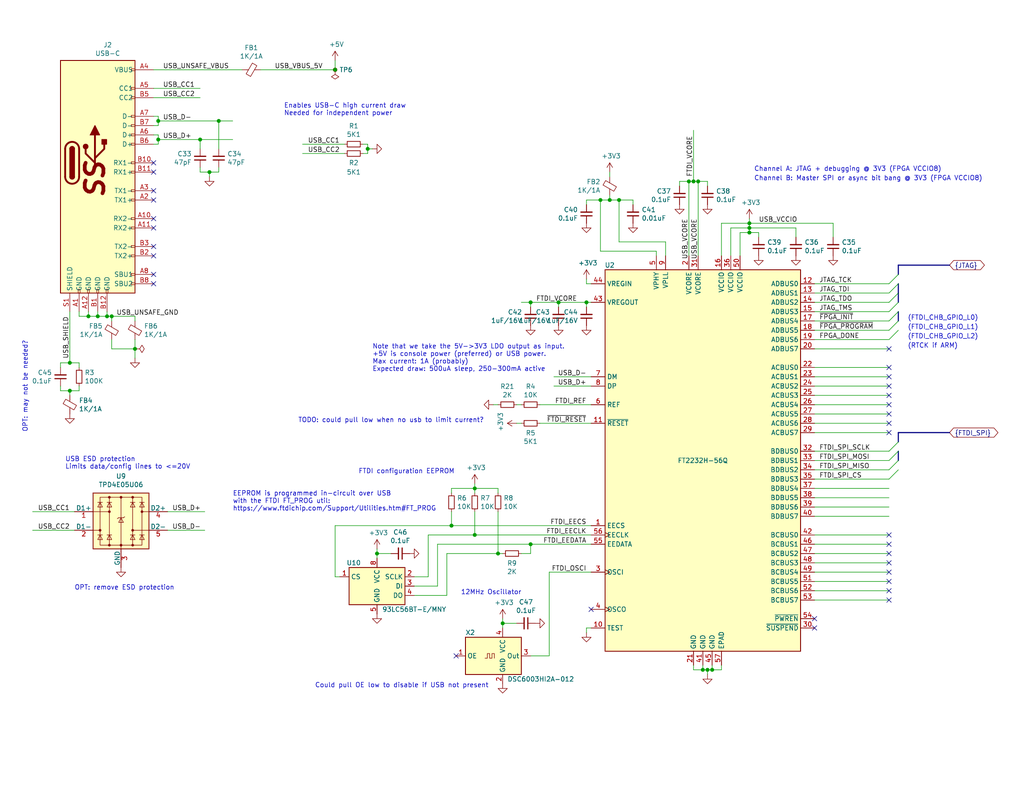
<source format=kicad_sch>
(kicad_sch (version 20200512) (host eeschema "(5.99.0-1839-gb83d64fc0)")
  (page 1 8)
  (paper "USLetter")
  (title_block (title "USB I/O") (rev "r0"))
  (lib_symbols
    (symbol "Connector:TestPoint_Small" (pin_numbers hide) (pin_names (offset 0.762) hide)
      (property "Reference" "TP" (at 0 3.81 0))
      (property "Value" "TestPoint_Small" (at 0 2.032 0))
      (symbol "TestPoint_Small_0_1"
        (circle (center 0 0) (radius 0.508))
      )
      (symbol "TestPoint_Small_1_1"
        (pin passive line (at 0 0 90) (length 0) (name "1") (number "1"))
      )
    )
    (symbol "Connector_RD:USB_C_Receptacle"
      (property "Reference" "J" (at -10.16 29.21 0))
      (property "Value" "USB_C_Receptacle" (at 10.16 29.21 0))
      (symbol "USB_C_Receptacle_0_1"
        (arc (start -8.89 -3.81) (end -5.08 -3.81) (radius (at -6.985 -3.81) (length 1.905) (angles -179.9 -0.1)) (stroke (width 0.508)))
        (arc (start -7.62 -3.81) (end -6.35 -3.81) (radius (at -6.985 -3.81) (length 0.635) (angles -179.9 -0.1)) (stroke (width 0.254)))
        (arc (start -6.35 3.81) (end -7.62 3.81) (radius (at -6.985 3.81) (length 0.635) (angles 0.1 179.9)) (stroke (width 0.254)))
        (arc (start -5.08 3.81) (end -8.89 3.81) (radius (at -6.985 3.81) (length 1.905) (angles 0.1 179.9)) (stroke (width 0.508)))
        (arc (start -7.62 -3.81) (end -6.35 -3.81) (radius (at -6.985 -3.81) (length 0.635) (angles -179.9 -0.1)) (stroke (width 0.254)) (fill (type outline)))
        (arc (start -6.35 3.81) (end -7.62 3.81) (radius (at -6.985 3.81) (length 0.635) (angles 0.1 179.9)) (stroke (width 0.254)) (fill (type outline)))
        (circle (center -3.302 4.445) (radius 0.635) (stroke (width 0.254)) (fill (type outline)))
        (rectangle (start -7.62 -3.81) (end -6.35 3.81) (stroke (width 0.254)) (fill (type outline)))
        (rectangle (start 1.143 5.08) (end 2.413 6.35) (stroke (width 0.254)) (fill (type outline)))
        (rectangle (start -10.16 27.94) (end 10.16 -35.56) (stroke (width 0.254)) (fill (type background)))
        (polyline (pts (xy -8.89 -3.81) (xy -8.89 3.81)) (stroke (width 0.508)))
        (polyline (pts (xy -5.08 3.81) (xy -5.08 -3.81)) (stroke (width 0.508)))
        (polyline (pts (xy -0.762 -1.27) (xy -0.762 7.62)) (stroke (width 0.508)))
        (polyline (pts (xy -0.762 0) (xy -3.302 2.54) (xy -3.302 3.81)) (stroke (width 0.508)))
        (polyline (pts (xy -0.762 1.27) (xy 1.778 3.81) (xy 1.778 5.08)) (stroke (width 0.508)))
        (polyline (pts (xy -2.032 7.62) (xy -0.762 10.16) (xy 0.508 7.62) (xy -2.032 7.62)) (stroke (width 0.254)) (fill (type outline)))
      )
      (symbol "USB_C_Receptacle_0_0"
        (text "SS" (at -0.762 -4.445 900) (effects (font (size 5.08 5.08) bold italic)))
        (rectangle (start -5.334 -35.56) (end -4.826 -34.544))
        (rectangle (start -2.794 -35.56) (end -2.286 -34.544))
        (rectangle (start -0.254 -35.56) (end 0.254 -34.544))
        (rectangle (start 2.286 -35.56) (end 2.794 -34.544))
        (rectangle (start 10.16 -32.766) (end 9.144 -33.274))
        (rectangle (start 10.16 -30.226) (end 9.144 -30.734))
        (rectangle (start 10.16 -25.146) (end 9.144 -25.654))
        (rectangle (start 10.16 -22.606) (end 9.144 -23.114))
        (rectangle (start 10.16 -17.526) (end 9.144 -18.034))
        (rectangle (start 10.16 -14.986) (end 9.144 -15.494))
        (rectangle (start 10.16 -9.906) (end 9.144 -10.414))
        (rectangle (start 10.16 -7.366) (end 9.144 -7.874))
        (rectangle (start 10.16 -2.286) (end 9.144 -2.794))
        (rectangle (start 10.16 0.254) (end 9.144 -0.254))
        (rectangle (start 10.16 5.334) (end 9.144 4.826))
        (rectangle (start 10.16 7.874) (end 9.144 7.366))
        (rectangle (start 10.16 10.414) (end 9.144 9.906))
        (rectangle (start 10.16 12.954) (end 9.144 12.446))
        (rectangle (start 10.16 18.034) (end 9.144 17.526))
        (rectangle (start 10.16 20.574) (end 9.144 20.066))
        (rectangle (start 10.16 25.654) (end 9.144 25.146))
      )
      (symbol "USB_C_Receptacle_1_1"
        (pin passive line (at -5.08 -40.64 90) (length 5.08) (name "GND") (number "A1"))
        (pin bidirectional line (at 15.24 -15.24 180) (length 5.08) (name "RX2-") (number "A10"))
        (pin bidirectional line (at 15.24 -17.78 180) (length 5.08) (name "RX2+") (number "A11"))
        (pin passive line (at -2.54 -40.64 90) (length 5.08) (name "GND") (number "A12"))
        (pin bidirectional line (at 15.24 -10.16 180) (length 5.08) (name "TX1+") (number "A2"))
        (pin bidirectional line (at 15.24 -7.62 180) (length 5.08) (name "TX1-") (number "A3"))
        (pin power_out line (at 15.24 25.4 180) (length 5.08) (name "VBUS") (number "A4"))
        (pin bidirectional line (at 15.24 20.32 180) (length 5.08) (name "CC1") (number "A5"))
        (pin bidirectional line (at 15.24 7.62 180) (length 5.08) (name "D+") (number "A6"))
        (pin bidirectional line (at 15.24 12.7 180) (length 5.08) (name "D-") (number "A7"))
        (pin bidirectional line (at 15.24 -30.48 180) (length 5.08) (name "SBU1") (number "A8"))
        (pin power_out line (at 15.24 25.4 180) (length 5.08) hide (name "VBUS") (number "A9"))
        (pin passive line (at 0 -40.64 90) (length 5.08) (name "GND") (number "B1"))
        (pin bidirectional line (at 15.24 0 180) (length 5.08) (name "RX1-") (number "B10"))
        (pin bidirectional line (at 15.24 -2.54 180) (length 5.08) (name "RX1+") (number "B11"))
        (pin passive line (at 2.54 -40.64 90) (length 5.08) (name "GND") (number "B12"))
        (pin bidirectional line (at 15.24 -25.4 180) (length 5.08) (name "TX2+") (number "B2"))
        (pin bidirectional line (at 15.24 -22.86 180) (length 5.08) (name "TX2-") (number "B3"))
        (pin power_out line (at 15.24 25.4 180) (length 5.08) hide (name "VBUS") (number "B4"))
        (pin bidirectional line (at 15.24 17.78 180) (length 5.08) (name "CC2") (number "B5"))
        (pin bidirectional line (at 15.24 5.08 180) (length 5.08) (name "D+") (number "B6"))
        (pin bidirectional line (at 15.24 10.16 180) (length 5.08) (name "D-") (number "B7"))
        (pin bidirectional line (at 15.24 -33.02 180) (length 5.08) (name "SBU2") (number "B8"))
        (pin power_out line (at 15.24 25.4 180) (length 5.08) hide (name "VBUS") (number "B9"))
        (pin passive line (at -7.62 -40.64 90) (length 5.08) (name "SHIELD") (number "S1"))
      )
    )
    (symbol "Device:C_Small" (pin_numbers hide) (pin_names (offset 0.254) hide)
      (property "Reference" "C" (at 0.254 1.778 0))
      (property "Value" "C_Small" (at 0.254 -2.032 0))
      (symbol "C_Small_0_1"
        (polyline (pts (xy -1.524 -0.508) (xy 1.524 -0.508)) (stroke (width 0.3302)))
        (polyline (pts (xy -1.524 0.508) (xy 1.524 0.508)) (stroke (width 0.3048)))
      )
      (symbol "C_Small_1_1"
        (pin passive line (at 0 2.54 270) (length 2.032) (name "~") (number "1"))
        (pin passive line (at 0 -2.54 90) (length 2.032) (name "~") (number "2"))
      )
    )
    (symbol "Device:Ferrite_Bead_Small" (pin_numbers hide) (pin_names (offset 0))
      (property "Reference" "FB" (at 1.905 1.27 0))
      (property "Value" "Ferrite_Bead_Small" (at 1.905 -1.27 0))
      (symbol "Ferrite_Bead_Small_0_1"
        (polyline (pts (xy 0 -1.27) (xy 0 -0.7874)))
        (polyline (pts (xy 0 0.889) (xy 0 1.2954)))
        (polyline (pts (xy -1.8288 0.2794) (xy -1.1176 1.4986) (xy 1.8288 -0.2032) (xy 1.1176 -1.4224) (xy -1.8288 0.2794)))
      )
      (symbol "Ferrite_Bead_Small_1_1"
        (pin passive line (at 0 2.54 270) (length 1.27) (name "~") (number "1"))
        (pin passive line (at 0 -2.54 90) (length 1.27) (name "~") (number "2"))
      )
    )
    (symbol "Device:Ferrite_Bead_Small_1" (pin_numbers hide) (pin_names (offset 0))
      (property "Reference" "FB" (at 1.905 1.27 0))
      (property "Value" "Ferrite_Bead_Small" (at 1.905 -1.27 0))
      (symbol "Ferrite_Bead_Small_1_0_1"
        (polyline (pts (xy 0 -1.27) (xy 0 -0.7874)))
        (polyline (pts (xy 0 0.889) (xy 0 1.2954)))
        (polyline (pts (xy -1.8288 0.2794) (xy -1.1176 1.4986) (xy 1.8288 -0.2032) (xy 1.1176 -1.4224) (xy -1.8288 0.2794)))
      )
      (symbol "Ferrite_Bead_Small_1_1_1"
        (pin passive line (at 0 2.54 270) (length 1.27) (name "~") (number "1"))
        (pin passive line (at 0 -2.54 90) (length 1.27) (name "~") (number "2"))
      )
    )
    (symbol "Device:R_Small" (pin_numbers hide) (pin_names (offset 0.254) hide)
      (property "Reference" "R" (at 0.762 0.508 0))
      (property "Value" "R_Small" (at 0.762 -1.016 0))
      (symbol "R_Small_0_1"
        (rectangle (start -0.762 1.778) (end 0.762 -1.778) (stroke (width 0.2032)))
      )
      (symbol "R_Small_1_1"
        (pin passive line (at 0 2.54 270) (length 0.762) (name "~") (number "1"))
        (pin passive line (at 0 -2.54 90) (length 0.762) (name "~") (number "2"))
      )
    )
    (symbol "Interface_USB_RD:FT2232H-56Q" (pin_names (offset 0.508))
      (property "Reference" "U" (at -26.67 53.34 0))
      (property "Value" "FT2232H-56Q" (at 19.05 53.34 0))
      (symbol "FT2232H-56Q_0_1"
        (rectangle (start -26.67 -52.07) (end 26.67 52.07) (stroke (width 0.254)) (fill (type background)))
      )
      (symbol "FT2232H-56Q_1_1"
        (pin power_in line (at -2.54 -55.88 90) (length 3.81) (name "GND") (number "21"))
        (pin power_in line (at 2.54 -55.88 90) (length 3.81) (name "GND") (number "45"))
        (pin input line (at -3.81 55.88 270) (length 3.81) (name "VCORE") (number "2"))
        (pin input line (at -30.48 -45.72 0) (length 3.81) (name "TEST") (number "10"))
        (pin input line (at -30.48 10.16 0) (length 3.81) (name "~RESET") (number "11"))
        (pin tri_state line (at 30.48 48.26 180) (length 3.81) (name "ADBUS0") (number "12"))
        (pin tri_state line (at 30.48 45.72 180) (length 3.81) (name "ADBUS1") (number "13"))
        (pin tri_state line (at 30.48 43.18 180) (length 3.81) (name "ADBUS2") (number "14"))
        (pin tri_state line (at 30.48 40.64 180) (length 3.81) (name "ADBUS3") (number "15"))
        (pin input clock (at -30.48 -30.48 0) (length 3.81) (name "OSCI") (number "3"))
        (pin input line (at 5.08 55.88 270) (length 3.81) (name "VCCIO") (number "16"))
        (pin tri_state line (at 30.48 38.1 180) (length 3.81) (name "ADBUS4") (number "17"))
        (pin tri_state line (at 30.48 35.56 180) (length 3.81) (name "ADBUS5") (number "18"))
        (pin tri_state line (at 30.48 33.02 180) (length 3.81) (name "ADBUS6") (number "19"))
        (pin tri_state line (at 30.48 30.48 180) (length 3.81) (name "ADBUS7") (number "20"))
        (pin tri_state line (at 30.48 25.4 180) (length 3.81) (name "ACBUS0") (number "22"))
        (pin tri_state line (at 30.48 22.86 180) (length 3.81) (name "ACBUS1") (number "23"))
        (pin tri_state line (at 30.48 20.32 180) (length 3.81) (name "ACBUS2") (number "24"))
        (pin tri_state line (at 30.48 17.78 180) (length 3.81) (name "ACBUS3") (number "25"))
        (pin output clock (at -30.48 -40.64 0) (length 3.81) (name "OSCO") (number "4"))
        (pin tri_state line (at 30.48 15.24 180) (length 3.81) (name "ACBUS4") (number "26"))
        (pin input line (at 7.62 55.88 270) (length 3.81) (name "VCCIO") (number "36"))
        (pin tri_state line (at 30.48 12.7 180) (length 3.81) (name "ACBUS5") (number "27"))
        (pin tri_state line (at 30.48 10.16 180) (length 3.81) (name "ACBUS6") (number "28"))
        (pin tri_state line (at 30.48 7.62 180) (length 3.81) (name "ACBUS7") (number "29"))
        (pin output line (at 30.48 -45.72 180) (length 3.81) (name "~SUSPEND") (number "30"))
        (pin input line (at -1.27 55.88 270) (length 3.81) (name "VCORE") (number "31"))
        (pin tri_state line (at 30.48 2.54 180) (length 3.81) (name "BDBUS0") (number "32"))
        (pin tri_state line (at 30.48 0 180) (length 3.81) (name "BDBUS1") (number "33"))
        (pin input line (at -12.7 55.88 270) (length 3.81) (name "VPHY") (number "5"))
        (pin tri_state line (at 30.48 -2.54 180) (length 3.81) (name "BDBUS2") (number "34"))
        (pin tri_state line (at 30.48 -5.08 180) (length 3.81) (name "BDBUS3") (number "35"))
        (pin input line (at 10.16 55.88 270) (length 3.81) (name "VCCIO") (number "50"))
        (pin tri_state line (at 30.48 -7.62 180) (length 3.81) (name "BDBUS4") (number "37"))
        (pin tri_state line (at 30.48 -10.16 180) (length 3.81) (name "BDBUS5") (number "38"))
        (pin tri_state line (at 30.48 -12.7 180) (length 3.81) (name "BDBUS6") (number "39"))
        (pin tri_state line (at 30.48 -15.24 180) (length 3.81) (name "BDBUS7") (number "40"))
        (pin tri_state line (at 30.48 -20.32 180) (length 3.81) (name "BCBUS0") (number "42"))
        (pin power_out line (at -30.48 43.18 0) (length 3.81) (name "VREGOUT") (number "43"))
        (pin power_in line (at 0 -55.88 90) (length 3.81) (name "GND") (number "41"))
        (pin power_in line (at -30.48 48.26 0) (length 3.81) (name "VREGIN") (number "44"))
        (pin tri_state line (at 30.48 -22.86 180) (length 3.81) (name "BCBUS1") (number "46"))
        (pin tri_state line (at 30.48 -25.4 180) (length 3.81) (name "BCBUS2") (number "47"))
        (pin tri_state line (at 30.48 -27.94 180) (length 3.81) (name "BCBUS3") (number "48"))
        (pin tri_state line (at 30.48 -30.48 180) (length 3.81) (name "BCBUS4") (number "49"))
        (pin tri_state line (at 30.48 -33.02 180) (length 3.81) (name "BCBUS5") (number "51"))
        (pin tri_state line (at 30.48 -35.56 180) (length 3.81) (name "BCBUS6") (number "52"))
        (pin tri_state line (at 30.48 -38.1 180) (length 3.81) (name "BCBUS7") (number "53"))
        (pin output line (at -30.48 15.24 0) (length 3.81) (name "REF") (number "6"))
        (pin output line (at 30.48 -43.18 180) (length 3.81) (name "~PWREN") (number "54"))
        (pin bidirectional line (at -30.48 -22.86 0) (length 3.81) (name "EEDATA") (number "55"))
        (pin output clock (at -30.48 -20.32 0) (length 3.81) (name "EECLK") (number "56"))
        (pin output line (at -30.48 -17.78 0) (length 3.81) (name "EECS") (number "1"))
        (pin bidirectional line (at -30.48 22.86 0) (length 3.81) (name "DM") (number "7"))
        (pin bidirectional line (at -30.48 20.32 0) (length 3.81) (name "DP") (number "8"))
        (pin input line (at -10.16 55.88 270) (length 3.81) (name "VPLL") (number "9"))
        (pin power_in line (at 5.08 -55.88 90) (length 3.81) (name "EPAD") (number "57"))
      )
    )
    (symbol "Memory_EEPROM:93LCxxB" (pin_names (offset 0.508))
      (property "Reference" "U" (at -7.62 6.35 0))
      (property "Value" "93LCxxB" (at 2.54 -6.35 0))
      (symbol "93LCxxB_1_1"
        (rectangle (start -7.62 5.08) (end 7.62 -5.08) (stroke (width 0.254)) (fill (type background)))
        (pin input line (at -10.16 2.54 0) (length 2.54) (name "CS") (number "1"))
        (pin input line (at 10.16 2.54 180) (length 2.54) (name "SCLK") (number "2"))
        (pin input line (at 10.16 0 180) (length 2.54) (name "DI") (number "3"))
        (pin tri_state line (at 10.16 -2.54 180) (length 2.54) (name "DO") (number "4"))
        (pin power_in line (at 0 -7.62 90) (length 2.54) (name "GND") (number "5"))
        (pin unconnected line (at -7.62 0 0) (length 2.54) hide (name "NC") (number "6"))
        (pin unconnected line (at -7.62 -2.54 0) (length 2.54) hide (name "NC") (number "7"))
        (pin power_in line (at 0 7.62 270) (length 2.54) (name "VCC") (number "8"))
      )
    )
    (symbol "Oscillator_RD:DSC6003" (pin_names (offset 0.508))
      (property "Reference" "U" (at -6.35 6.35 0))
      (property "Value" "DSC6003" (at 11.43 6.35 0))
      (symbol "DSC6003_1_1"
        (rectangle (start -7.62 5.08) (end 7.62 -5.08) (stroke (width 0.254)) (fill (type background)))
        (polyline (pts (xy -2.286 -0.635) (xy -1.651 -0.635) (xy -1.651 0.635) (xy -1.016 0.635) (xy -1.016 -0.635) (xy -0.381 -0.635) (xy -0.381 0.635) (xy 0.254 0.635) (xy 0.254 -0.635)))
        (pin input line (at -10.16 0 0) (length 2.54) (name "OE") (number "1"))
        (pin power_in line (at 2.54 -7.62 90) (length 2.54) (name "GND") (number "2"))
        (pin output line (at 10.16 0 180) (length 2.54) (name "Out") (number "3"))
        (pin power_in line (at 2.54 7.62 270) (length 2.54) (name "VCC") (number "4"))
      )
    )
    (symbol "Power_Protection_RD:TPD4E05U06" (pin_names (offset 0))
      (property "Reference" "U" (at -0.635 8.89 0))
      (property "Value" "TPD4E05U06" (at 8.89 -10.16 0))
      (symbol "TPD4E05U06_0_1"
        (circle (center -5.715 -2.54) (radius 0.2794) (fill (type outline)))
        (circle (center -3.175 -6.604) (radius 0.2794) (fill (type outline)))
        (circle (center -3.175 2.54) (radius 0.2794) (fill (type outline)))
        (circle (center -3.175 6.477) (radius 0.2794) (fill (type outline)))
        (circle (center 0 -6.604) (radius 0.2794) (fill (type outline)))
        (circle (center 0 6.477) (radius 0.2794) (fill (type outline)))
        (circle (center 3.175 -6.604) (radius 0.2794) (fill (type outline)))
        (circle (center 3.175 -2.54) (radius 0.2794) (fill (type outline)))
        (circle (center 3.175 6.477) (radius 0.2794) (fill (type outline)))
        (circle (center 5.715 2.54) (radius 0.2794) (fill (type outline)))
        (rectangle (start -7.62 7.62) (end 7.62 -7.62) (stroke (width 0.254)) (fill (type background)))
        (polyline (pts (xy -7.747 2.54) (xy -3.175 2.54)))
        (polyline (pts (xy -7.62 -2.54) (xy -5.715 -2.54)))
        (polyline (pts (xy -5.08 -3.81) (xy -6.35 -3.81)))
        (polyline (pts (xy -5.08 5.08) (xy -6.35 5.08)))
        (polyline (pts (xy -2.54 -3.81) (xy -3.81 -3.81)))
        (polyline (pts (xy -2.54 5.08) (xy -3.81 5.08)))
        (polyline (pts (xy -0.635 0.889) (xy -1.016 0.635)))
        (polyline (pts (xy 0 -6.604) (xy 0 -7.62)))
        (polyline (pts (xy 0.635 0.889) (xy -0.635 0.889)))
        (polyline (pts (xy 0.635 0.889) (xy 1.016 1.143)))
        (polyline (pts (xy 3.81 -3.81) (xy 2.54 -3.81)))
        (polyline (pts (xy 3.81 5.08) (xy 2.54 5.08)))
        (polyline (pts (xy 6.35 -3.81) (xy 5.08 -3.81)))
        (polyline (pts (xy 6.35 5.08) (xy 5.08 5.08)))
        (polyline (pts (xy 7.62 -2.54) (xy 3.175 -2.54)))
        (polyline (pts (xy 7.62 2.54) (xy 5.715 2.54)))
        (polyline (pts (xy -5.08 -5.08) (xy -6.35 -5.08) (xy -5.715 -3.81) (xy -5.08 -5.08)))
        (polyline (pts (xy -5.08 3.81) (xy -6.35 3.81) (xy -5.715 5.08) (xy -5.08 3.81)))
        (polyline (pts (xy -2.54 -5.08) (xy -3.81 -5.08) (xy -3.175 -3.81) (xy -2.54 -5.08)))
        (polyline (pts (xy -2.54 3.81) (xy -3.81 3.81) (xy -3.175 5.08) (xy -2.54 3.81)))
        (polyline (pts (xy 0.635 -0.381) (xy -0.635 -0.381) (xy 0 0.889) (xy 0.635 -0.381)))
        (polyline (pts (xy 3.81 -5.08) (xy 2.54 -5.08) (xy 3.175 -3.81) (xy 3.81 -5.08)))
        (polyline (pts (xy 3.81 3.81) (xy 2.54 3.81) (xy 3.175 5.08) (xy 3.81 3.81)))
        (polyline (pts (xy 6.35 -5.08) (xy 5.08 -5.08) (xy 5.715 -3.81) (xy 6.35 -5.08)))
        (polyline (pts (xy 6.35 3.81) (xy 5.08 3.81) (xy 5.715 5.08) (xy 6.35 3.81)))
      )
      (symbol "TPD4E05U06_0_0"
        (rectangle (start -5.715 6.477) (end 5.715 -6.604))
        (polyline (pts (xy -3.175 -6.604) (xy -3.175 6.477)))
        (polyline (pts (xy 0 6.477) (xy 0 -6.604)))
        (polyline (pts (xy 3.175 6.477) (xy 3.175 -6.604)))
        (pin passive line (at -12.7 2.54 0) (length 5.08) hide (name "D1+") (number "10"))
        (pin passive line (at -12.7 -2.54 0) (length 5.08) hide (name "D1-") (number "9"))
        (pin passive line (at 0 -12.7 90) (length 5.08) hide (name "GND") (number "8"))
        (pin passive line (at 12.7 2.54 180) (length 5.08) hide (name "D2+") (number "7"))
        (pin passive line (at 12.7 -2.54 180) (length 5.08) hide (name "D2-") (number "6"))
        (pin passive line (at 12.7 2.54 180) (length 5.08) (name "D2+") (number "4"))
      )
      (symbol "TPD4E05U06_1_1"
        (pin passive line (at -12.7 2.54 0) (length 5.08) (name "D1+") (number "1"))
        (pin passive line (at -12.7 -2.54 0) (length 5.08) (name "D1-") (number "2"))
        (pin power_in line (at 0 -12.7 90) (length 5.08) (name "GND") (number "3"))
        (pin passive line (at 12.7 -2.54 180) (length 5.08) (name "D2-") (number "5"))
      )
    )
    (symbol "power:+3V3" (power) (pin_names (offset 0))
      (property "Value" "+3V3" (at 0 3.556 0))
      (symbol "+3V3_0_1"
        (polyline (pts (xy -0.762 1.27) (xy 0 2.54)))
        (polyline (pts (xy 0 0) (xy 0 2.54)))
        (polyline (pts (xy 0 2.54) (xy 0.762 1.27)))
      )
      (symbol "+3V3_1_1"
        (pin power_in line (at 0 0 90) (length 0) hide (name "+3V3") (number "1"))
      )
    )
    (symbol "power:+5V" (power) (pin_names (offset 0))
      (property "Value" "+5V" (at 0 3.556 0))
      (symbol "+5V_0_1"
        (polyline (pts (xy -0.762 1.27) (xy 0 2.54)))
        (polyline (pts (xy 0 0) (xy 0 2.54)))
        (polyline (pts (xy 0 2.54) (xy 0.762 1.27)))
      )
      (symbol "+5V_1_1"
        (pin power_in line (at 0 0 90) (length 0) hide (name "+5V") (number "1"))
      )
    )
    (symbol "power:GND" (power) (pin_names (offset 0))
      (property "Value" "GND" (at 0 -3.81 0))
      (symbol "GND_0_1"
        (polyline (pts (xy 0 0) (xy 0 -1.27) (xy 1.27 -1.27) (xy 0 -2.54) (xy -1.27 -1.27) (xy 0 -1.27)))
      )
      (symbol "GND_1_1"
        (pin power_in line (at 0 0 270) (length 0) hide (name "GND") (number "1"))
      )
    )
    (symbol "power:PWR_FLAG" (power) (pin_numbers hide) (pin_names (offset 0) hide)
      (property "Value" "PWR_FLAG" (at 0 3.81 0))
      (symbol "PWR_FLAG_0_1"
        (polyline (pts (xy 0 0) (xy 0 1.27) (xy -1.016 1.905) (xy 0 2.54) (xy 1.016 1.905) (xy 0 1.27)))
      )
      (symbol "PWR_FLAG_0_0"
        (pin power_out line (at 0 0 90) (length 0) (name "pwr") (number "1"))
      )
    )
  )
  (bus_alias "JTAG" (members "JTAG_TCK" "JTAG_TDI" "JTAG_TDO" "JTAG_TMS" "~FPGA_INIT" "~FPGA_PROGRAM" "FPGA_DONE"))
  (bus_alias "FTDI_SPI" (members "FTDI_SPI_SCLK" "FTDI_SPI_MOSI" "FTDI_SPI_MISO" "FTDI_SPI_CS"))
  (bus_alias "FTDI_FIFO" (members "~FTDI_FIFO_CS" "FTDI_FIFO_A0" "~FTDI_FIFO_RD" "~FTDI_FIFO_WR" "FTDI_FIFO_DATA0" "FTDI_FIFO_DATA1" "FTDI_FIFO_DATA2" "FTDI_FIFO_DATA3" "FTDI_FIFO_DATA4" "FTDI_FIFO_DATA5" "FTDI_FIFO_DATA6" "FTDI_FIFO_DATA7"))
  (junction (at 19.05 99.06))
  (junction (at 19.05 106.68))
  (junction (at 24.13 86.36))
  (junction (at 26.67 86.36))
  (junction (at 29.21 86.36))
  (junction (at 30.48 86.36))
  (junction (at 36.83 95.25))
  (junction (at 43.18 33.02))
  (junction (at 43.18 38.1))
  (junction (at 54.61 38.1))
  (junction (at 57.15 46.99))
  (junction (at 59.69 33.02))
  (junction (at 91.44 19.05))
  (junction (at 100.33 40.64))
  (junction (at 102.87 151.13))
  (junction (at 123.19 143.51))
  (junction (at 129.54 133.35))
  (junction (at 129.54 146.05))
  (junction (at 135.89 151.13))
  (junction (at 137.16 170.18))
  (junction (at 144.78 82.55))
  (junction (at 144.78 148.59))
  (junction (at 152.4 82.55))
  (junction (at 160.02 82.55))
  (junction (at 163.83 54.61))
  (junction (at 166.37 54.61))
  (junction (at 168.91 54.61))
  (junction (at 187.96 49.53))
  (junction (at 189.23 49.53))
  (junction (at 190.5 49.53))
  (junction (at 191.77 182.88))
  (junction (at 193.04 182.88))
  (junction (at 194.31 182.88))
  (junction (at 204.47 60.96))
  (junction (at 204.47 62.23))
  (junction (at 204.47 63.5))
  (no_connect (at 124.46 179.07))
  (no_connect (at 41.91 69.85))
  (no_connect (at 242.57 105.41))
  (no_connect (at 41.91 62.23))
  (no_connect (at 41.91 59.69))
  (no_connect (at 242.57 95.25))
  (no_connect (at 242.57 115.57))
  (no_connect (at 242.57 100.33))
  (no_connect (at 41.91 67.31))
  (no_connect (at 242.57 110.49))
  (no_connect (at 222.25 168.91))
  (no_connect (at 242.57 113.03))
  (no_connect (at 242.57 118.11))
  (no_connect (at 242.57 158.75))
  (no_connect (at 242.57 163.83))
  (no_connect (at 242.57 107.95))
  (no_connect (at 242.57 161.29))
  (no_connect (at 242.57 151.13))
  (no_connect (at 41.91 46.99))
  (no_connect (at 242.57 153.67))
  (no_connect (at 41.91 44.45))
  (no_connect (at 41.91 77.47))
  (no_connect (at 242.57 146.05))
  (no_connect (at 242.57 102.87))
  (no_connect (at 222.25 171.45))
  (no_connect (at 41.91 74.93))
  (no_connect (at 161.29 166.37))
  (no_connect (at 41.91 52.07))
  (no_connect (at 242.57 148.59))
  (no_connect (at 41.91 54.61))
  (no_connect (at 242.57 156.21))
  (bus_entry (at 242.57 77.47) (size 2.54 -2.54))
  (bus_entry (at 242.57 80.01) (size 2.54 -2.54))
  (bus_entry (at 242.57 82.55) (size 2.54 -2.54))
  (bus_entry (at 242.57 85.09) (size 2.54 -2.54))
  (bus_entry (at 242.57 87.63) (size 2.54 -2.54))
  (bus_entry (at 242.57 90.17) (size 2.54 -2.54))
  (bus_entry (at 242.57 92.71) (size 2.54 -2.54))
  (bus_entry (at 242.57 123.19) (size 2.54 -2.54))
  (bus_entry (at 242.57 125.73) (size 2.54 -2.54))
  (bus_entry (at 242.57 128.27) (size 2.54 -2.54))
  (bus_entry (at 242.57 130.81) (size 2.54 -2.54))
  (wire (pts (xy 8.89 139.7) (xy 20.32 139.7)))
  (wire (pts (xy 16.51 99.06) (xy 19.05 99.06)))
  (wire (pts (xy 16.51 100.33) (xy 16.51 99.06)))
  (wire (pts (xy 16.51 106.68) (xy 16.51 105.41)))
  (wire (pts (xy 16.51 106.68) (xy 19.05 106.68)))
  (wire (pts (xy 19.05 85.09) (xy 19.05 99.06)))
  (wire (pts (xy 19.05 99.06) (xy 21.59 99.06)))
  (wire (pts (xy 19.05 106.68) (xy 19.05 107.95)))
  (wire (pts (xy 19.05 106.68) (xy 21.59 106.68)))
  (wire (pts (xy 20.32 144.78) (xy 8.89 144.78)))
  (wire (pts (xy 21.59 86.36) (xy 21.59 85.09)))
  (wire (pts (xy 21.59 99.06) (xy 21.59 100.33)))
  (wire (pts (xy 21.59 105.41) (xy 21.59 106.68)))
  (wire (pts (xy 24.13 85.09) (xy 24.13 86.36)))
  (wire (pts (xy 24.13 86.36) (xy 21.59 86.36)))
  (wire (pts (xy 24.13 86.36) (xy 26.67 86.36)))
  (wire (pts (xy 26.67 85.09) (xy 26.67 86.36)))
  (wire (pts (xy 26.67 86.36) (xy 29.21 86.36)))
  (wire (pts (xy 29.21 85.09) (xy 29.21 86.36)))
  (wire (pts (xy 29.21 86.36) (xy 30.48 86.36)))
  (wire (pts (xy 30.48 86.36) (xy 30.48 87.63)))
  (wire (pts (xy 30.48 86.36) (xy 36.83 86.36)))
  (wire (pts (xy 30.48 92.71) (xy 30.48 95.25)))
  (wire (pts (xy 30.48 95.25) (xy 36.83 95.25)))
  (wire (pts (xy 36.83 86.36) (xy 36.83 87.63)))
  (wire (pts (xy 36.83 95.25) (xy 36.83 92.71)))
  (wire (pts (xy 36.83 95.25) (xy 36.83 97.79)))
  (wire (pts (xy 41.91 19.05) (xy 66.04 19.05)))
  (wire (pts (xy 41.91 24.13) (xy 54.61 24.13)))
  (wire (pts (xy 41.91 31.75) (xy 43.18 31.75)))
  (wire (pts (xy 41.91 36.83) (xy 43.18 36.83)))
  (wire (pts (xy 43.18 31.75) (xy 43.18 33.02)))
  (wire (pts (xy 43.18 33.02) (xy 43.18 34.29)))
  (wire (pts (xy 43.18 33.02) (xy 59.69 33.02)))
  (wire (pts (xy 43.18 34.29) (xy 41.91 34.29)))
  (wire (pts (xy 43.18 36.83) (xy 43.18 38.1)))
  (wire (pts (xy 43.18 38.1) (xy 43.18 39.37)))
  (wire (pts (xy 43.18 38.1) (xy 54.61 38.1)))
  (wire (pts (xy 43.18 39.37) (xy 41.91 39.37)))
  (wire (pts (xy 45.72 139.7) (xy 55.88 139.7)))
  (wire (pts (xy 54.61 26.67) (xy 41.91 26.67)))
  (wire (pts (xy 54.61 38.1) (xy 54.61 40.64)))
  (wire (pts (xy 54.61 38.1) (xy 63.5 38.1)))
  (wire (pts (xy 54.61 46.99) (xy 54.61 45.72)))
  (wire (pts (xy 54.61 46.99) (xy 57.15 46.99)))
  (wire (pts (xy 55.88 144.78) (xy 45.72 144.78)))
  (wire (pts (xy 57.15 46.99) (xy 57.15 48.26)))
  (wire (pts (xy 57.15 46.99) (xy 59.69 46.99)))
  (wire (pts (xy 59.69 33.02) (xy 59.69 40.64)))
  (wire (pts (xy 59.69 33.02) (xy 63.5 33.02)))
  (wire (pts (xy 59.69 45.72) (xy 59.69 46.99)))
  (wire (pts (xy 71.12 19.05) (xy 91.44 19.05)))
  (wire (pts (xy 82.55 39.37) (xy 93.98 39.37)))
  (wire (pts (xy 82.55 41.91) (xy 93.98 41.91)))
  (wire (pts (xy 91.44 16.51) (xy 91.44 19.05)))
  (wire (pts (xy 91.44 143.51) (xy 91.44 157.48)))
  (wire (pts (xy 91.44 143.51) (xy 123.19 143.51)))
  (wire (pts (xy 91.44 157.48) (xy 92.71 157.48)))
  (wire (pts (xy 99.06 39.37) (xy 100.33 39.37)))
  (wire (pts (xy 100.33 39.37) (xy 100.33 40.64)))
  (wire (pts (xy 100.33 40.64) (xy 100.33 41.91)))
  (wire (pts (xy 100.33 41.91) (xy 99.06 41.91)))
  (wire (pts (xy 101.6 40.64) (xy 100.33 40.64)))
  (wire (pts (xy 102.87 149.86) (xy 102.87 151.13)))
  (wire (pts (xy 102.87 151.13) (xy 106.68 151.13)))
  (wire (pts (xy 102.87 152.4) (xy 102.87 151.13)))
  (wire (pts (xy 113.03 157.48) (xy 116.84 157.48)))
  (wire (pts (xy 113.03 162.56) (xy 121.92 162.56)))
  (wire (pts (xy 116.84 146.05) (xy 129.54 146.05)))
  (wire (pts (xy 116.84 157.48) (xy 116.84 146.05)))
  (wire (pts (xy 119.38 148.59) (xy 119.38 160.02)))
  (wire (pts (xy 119.38 148.59) (xy 144.78 148.59)))
  (wire (pts (xy 119.38 160.02) (xy 113.03 160.02)))
  (wire (pts (xy 121.92 151.13) (xy 135.89 151.13)))
  (wire (pts (xy 121.92 162.56) (xy 121.92 151.13)))
  (wire (pts (xy 123.19 133.35) (xy 123.19 134.62)))
  (wire (pts (xy 123.19 133.35) (xy 129.54 133.35)))
  (wire (pts (xy 123.19 143.51) (xy 123.19 139.7)))
  (wire (pts (xy 123.19 143.51) (xy 161.29 143.51)))
  (wire (pts (xy 129.54 132.08) (xy 129.54 133.35)))
  (wire (pts (xy 129.54 133.35) (xy 129.54 134.62)))
  (wire (pts (xy 129.54 133.35) (xy 135.89 133.35)))
  (wire (pts (xy 129.54 146.05) (xy 129.54 139.7)))
  (wire (pts (xy 129.54 146.05) (xy 161.29 146.05)))
  (wire (pts (xy 134.62 110.49) (xy 135.89 110.49)))
  (wire (pts (xy 135.89 134.62) (xy 135.89 133.35)))
  (wire (pts (xy 135.89 151.13) (xy 135.89 139.7)))
  (wire (pts (xy 137.16 151.13) (xy 135.89 151.13)))
  (wire (pts (xy 137.16 168.91) (xy 137.16 170.18)))
  (wire (pts (xy 137.16 170.18) (xy 140.97 170.18)))
  (wire (pts (xy 137.16 171.45) (xy 137.16 170.18)))
  (wire (pts (xy 140.97 110.49) (xy 142.24 110.49)))
  (wire (pts (xy 140.97 115.57) (xy 142.24 115.57)))
  (wire (pts (xy 142.24 82.55) (xy 144.78 82.55)))
  (wire (pts (xy 142.24 151.13) (xy 144.78 151.13)))
  (wire (pts (xy 144.78 82.55) (xy 144.78 83.82)))
  (wire (pts (xy 144.78 82.55) (xy 152.4 82.55)))
  (wire (pts (xy 144.78 148.59) (xy 161.29 148.59)))
  (wire (pts (xy 144.78 151.13) (xy 144.78 148.59)))
  (wire (pts (xy 144.78 179.07) (xy 149.86 179.07)))
  (wire (pts (xy 147.32 110.49) (xy 161.29 110.49)))
  (wire (pts (xy 147.32 115.57) (xy 161.29 115.57)))
  (wire (pts (xy 149.86 156.21) (xy 149.86 179.07)))
  (wire (pts (xy 149.86 156.21) (xy 161.29 156.21)))
  (wire (pts (xy 151.13 105.41) (xy 161.29 105.41)))
  (wire (pts (xy 152.4 82.55) (xy 152.4 83.82)))
  (wire (pts (xy 152.4 82.55) (xy 160.02 82.55)))
  (wire (pts (xy 160.02 54.61) (xy 160.02 55.88)))
  (wire (pts (xy 160.02 76.2) (xy 160.02 77.47)))
  (wire (pts (xy 160.02 77.47) (xy 161.29 77.47)))
  (wire (pts (xy 160.02 82.55) (xy 160.02 83.82)))
  (wire (pts (xy 160.02 171.45) (xy 160.02 172.72)))
  (wire (pts (xy 161.29 82.55) (xy 160.02 82.55)))
  (wire (pts (xy 161.29 102.87) (xy 151.13 102.87)))
  (wire (pts (xy 161.29 171.45) (xy 160.02 171.45)))
  (wire (pts (xy 163.83 54.61) (xy 160.02 54.61)))
  (wire (pts (xy 163.83 54.61) (xy 163.83 68.58)))
  (wire (pts (xy 163.83 54.61) (xy 166.37 54.61)))
  (wire (pts (xy 163.83 68.58) (xy 179.07 68.58)))
  (wire (pts (xy 166.37 48.26) (xy 166.37 46.99)))
  (wire (pts (xy 166.37 53.34) (xy 166.37 54.61)))
  (wire (pts (xy 166.37 54.61) (xy 168.91 54.61)))
  (wire (pts (xy 168.91 54.61) (xy 168.91 66.04)))
  (wire (pts (xy 168.91 54.61) (xy 172.72 54.61)))
  (wire (pts (xy 168.91 66.04) (xy 181.61 66.04)))
  (wire (pts (xy 172.72 54.61) (xy 172.72 55.88)))
  (wire (pts (xy 179.07 69.85) (xy 179.07 68.58)))
  (wire (pts (xy 181.61 66.04) (xy 181.61 69.85)))
  (wire (pts (xy 185.42 49.53) (xy 187.96 49.53)))
  (wire (pts (xy 185.42 50.8) (xy 185.42 49.53)))
  (wire (pts (xy 187.96 49.53) (xy 187.96 69.85)))
  (wire (pts (xy 187.96 49.53) (xy 189.23 49.53)))
  (wire (pts (xy 189.23 35.56) (xy 189.23 49.53)))
  (wire (pts (xy 189.23 49.53) (xy 190.5 49.53)))
  (wire (pts (xy 189.23 181.61) (xy 189.23 182.88)))
  (wire (pts (xy 189.23 182.88) (xy 191.77 182.88)))
  (wire (pts (xy 190.5 49.53) (xy 190.5 69.85)))
  (wire (pts (xy 190.5 49.53) (xy 193.04 49.53)))
  (wire (pts (xy 191.77 181.61) (xy 191.77 182.88)))
  (wire (pts (xy 191.77 182.88) (xy 193.04 182.88)))
  (wire (pts (xy 193.04 49.53) (xy 193.04 50.8)))
  (wire (pts (xy 193.04 182.88) (xy 193.04 184.15)))
  (wire (pts (xy 193.04 182.88) (xy 194.31 182.88)))
  (wire (pts (xy 194.31 181.61) (xy 194.31 182.88)))
  (wire (pts (xy 196.85 60.96) (xy 196.85 69.85)))
  (wire (pts (xy 196.85 60.96) (xy 204.47 60.96)))
  (wire (pts (xy 196.85 181.61) (xy 196.85 182.88)))
  (wire (pts (xy 196.85 182.88) (xy 194.31 182.88)))
  (wire (pts (xy 199.39 62.23) (xy 199.39 69.85)))
  (wire (pts (xy 199.39 62.23) (xy 204.47 62.23)))
  (wire (pts (xy 201.93 63.5) (xy 201.93 69.85)))
  (wire (pts (xy 201.93 63.5) (xy 204.47 63.5)))
  (wire (pts (xy 204.47 59.69) (xy 204.47 60.96)))
  (wire (pts (xy 204.47 60.96) (xy 204.47 62.23)))
  (wire (pts (xy 204.47 60.96) (xy 227.33 60.96)))
  (wire (pts (xy 204.47 62.23) (xy 204.47 63.5)))
  (wire (pts (xy 204.47 62.23) (xy 217.17 62.23)))
  (wire (pts (xy 204.47 63.5) (xy 207.01 63.5)))
  (wire (pts (xy 207.01 63.5) (xy 207.01 64.77)))
  (wire (pts (xy 217.17 62.23) (xy 217.17 64.77)))
  (wire (pts (xy 222.25 77.47) (xy 242.57 77.47)))
  (wire (pts (xy 222.25 80.01) (xy 242.57 80.01)))
  (wire (pts (xy 222.25 82.55) (xy 242.57 82.55)))
  (wire (pts (xy 222.25 85.09) (xy 242.57 85.09)))
  (wire (pts (xy 222.25 87.63) (xy 242.57 87.63)))
  (wire (pts (xy 222.25 90.17) (xy 242.57 90.17)))
  (wire (pts (xy 222.25 92.71) (xy 242.57 92.71)))
  (wire (pts (xy 222.25 95.25) (xy 242.57 95.25)))
  (wire (pts (xy 222.25 100.33) (xy 242.57 100.33)))
  (wire (pts (xy 222.25 102.87) (xy 242.57 102.87)))
  (wire (pts (xy 222.25 105.41) (xy 242.57 105.41)))
  (wire (pts (xy 222.25 107.95) (xy 242.57 107.95)))
  (wire (pts (xy 222.25 110.49) (xy 242.57 110.49)))
  (wire (pts (xy 222.25 113.03) (xy 242.57 113.03)))
  (wire (pts (xy 222.25 115.57) (xy 242.57 115.57)))
  (wire (pts (xy 222.25 118.11) (xy 242.57 118.11)))
  (wire (pts (xy 222.25 123.19) (xy 242.57 123.19)))
  (wire (pts (xy 222.25 125.73) (xy 242.57 125.73)))
  (wire (pts (xy 222.25 128.27) (xy 242.57 128.27)))
  (wire (pts (xy 222.25 130.81) (xy 242.57 130.81)))
  (wire (pts (xy 222.25 133.35) (xy 242.57 133.35)))
  (wire (pts (xy 222.25 135.89) (xy 242.57 135.89)))
  (wire (pts (xy 222.25 138.43) (xy 242.57 138.43)))
  (wire (pts (xy 222.25 140.97) (xy 242.57 140.97)))
  (wire (pts (xy 227.33 60.96) (xy 227.33 64.77)))
  (wire (pts (xy 242.57 146.05) (xy 222.25 146.05)))
  (wire (pts (xy 242.57 148.59) (xy 222.25 148.59)))
  (wire (pts (xy 242.57 151.13) (xy 222.25 151.13)))
  (wire (pts (xy 242.57 153.67) (xy 222.25 153.67)))
  (wire (pts (xy 242.57 156.21) (xy 222.25 156.21)))
  (wire (pts (xy 242.57 158.75) (xy 222.25 158.75)))
  (wire (pts (xy 242.57 161.29) (xy 222.25 161.29)))
  (wire (pts (xy 242.57 163.83) (xy 222.25 163.83)))
  (bus (pts (xy 245.11 72.39) (xy 245.11 77.47)))
  (bus (pts (xy 245.11 72.39) (xy 259.08 72.39)))
  (bus (pts (xy 245.11 77.47) (xy 245.11 80.01)))
  (bus (pts (xy 245.11 80.01) (xy 245.11 85.09)))
  (bus (pts (xy 245.11 85.09) (xy 245.11 90.17)))
  (bus (pts (xy 245.11 118.11) (xy 245.11 123.19)))
  (bus (pts (xy 245.11 118.11) (xy 259.08 118.11)))
  (bus (pts (xy 245.11 123.19) (xy 245.11 128.27)))
  (text "OPT: may not be needed?" (at 7.62 118.11 90) (effects (font (size 1.27 1.27)) (justify left bottom)))
  (text "USB ESD protection\nLimits data/config lines to <=20V" (at 17.78 128.27 0) (effects (font (size 1.27 1.27)) (justify left bottom)))
  (text "OPT: remove ESD protection" (at 20.32 161.29 0) (effects (font (size 1.27 1.27)) (justify left bottom)))
  (text "EEPROM is programmed in-circuit over USB\nwith the FTDI FT_PROG util:\nhttps://www.ftdichip.com/Support/Utilities.htm#FT_PROG" (at 63.5 139.7 0) (effects (font (size 1.27 1.27)) (justify left bottom)))
  (text "Enables USB-C high current draw\nNeeded for independent power" (at 77.47 31.75 0) (effects (font (size 1.27 1.27)) (justify left bottom)))
  (text "FTDI configuration EEPROM" (at 97.79 129.54 0) (effects (font (size 1.27 1.27)) (justify left bottom)))
  (text "Note that we take the 5V->3V3 LDO output as input.\n+5V is console power (preferred) or USB power.\nMax current: 1A (probably)\nExpected draw: 500uA sleep, 250-300mA active" (at 101.6 101.6 0) (effects (font (size 1.27 1.27)) (justify left bottom)))
  (text "12MHz Oscillator" (at 125.73 162.56 0) (effects (font (size 1.27 1.27)) (justify left bottom)))
  (text "TODO: could pull low when no usb to limit current?" (at 132.08 115.57 0) (effects (font (size 1.27 1.27)) (justify right bottom)))
  (text "Could pull OE low to disable if USB not present" (at 133.35 187.96 180) (effects (font (size 1.27 1.27)) (justify right bottom)))
  (text "Channel A: JTAG + debugging @ 3V3 (FPGA VCCIO8)" (at 205.74 46.99 0) (effects (font (size 1.27 1.27)) (justify left bottom)))
  (text "Channel B: Master SPI or async bit bang @ 3V3 (FPGA VCCIO8)" (at 205.74 49.53 0) (effects (font (size 1.27 1.27)) (justify left bottom)))
  (text "(FTDI_CHB_GPIO_L0)" (at 247.65 87.63 0) (effects (font (size 1.27 1.27)) (justify left bottom)))
  (text "(FTDI_CHB_GPIO_L1)" (at 247.65 90.17 0) (effects (font (size 1.27 1.27)) (justify left bottom)))
  (text "(FTDI_CHB_GPIO_L2)" (at 247.65 92.71 0) (effects (font (size 1.27 1.27)) (justify left bottom)))
  (text "(RTCK if ARM)" (at 247.65 95.25 0) (effects (font (size 1.27 1.27)) (justify left bottom)))
  (label "USB_SHIELD" (at 19.05 86.36 270))
  (label "USB_CC1" (at 19.05 139.7 180))
  (label "USB_CC2" (at 19.05 144.78 180))
  (label "USB_UNSAFE_GND" (at 31.75 86.36 0))
  (label "USB_UNSAFE_VBUS" (at 44.45 19.05 0))
  (label "USB_CC1" (at 44.45 24.13 0))
  (label "USB_CC2" (at 44.45 26.67 0))
  (label "USB_D-" (at 44.45 33.02 0))
  (label "USB_D+" (at 44.45 38.1 0))
  (label "USB_D+" (at 46.99 139.7 0))
  (label "USB_D-" (at 46.99 144.78 0))
  (label "USB_VBUS_5V" (at 74.93 19.05 0))
  (label "USB_CC1" (at 92.71 39.37 180))
  (label "USB_CC2" (at 92.71 41.91 180))
  (label "FTDI_VCORE" (at 157.48 82.55 180))
  (label "USB_D-" (at 160.02 102.87 180))
  (label "USB_D+" (at 160.02 105.41 180))
  (label "FTDI_REF" (at 160.02 110.49 180))
  (label "~FTDI_RESET" (at 160.02 115.57 180))
  (label "FTDI_EECS" (at 160.02 143.51 180))
  (label "FTDI_EECLK" (at 160.02 146.05 180))
  (label "FTDI_EEDATA" (at 160.02 148.59 180))
  (label "FTDI_OSCI" (at 160.02 156.21 180))
  (label "USB_VCORE" (at 187.96 59.69 270))
  (label "FTDI_VCORE" (at 189.23 48.26 90))
  (label "USB_VCORE" (at 190.5 59.69 270))
  (label "USB_VCCIO" (at 207.01 60.96 0))
  (label "JTAG_TCK" (at 223.52 77.47 0))
  (label "JTAG_TDI" (at 223.52 80.01 0))
  (label "JTAG_TDO" (at 223.52 82.55 0))
  (label "JTAG_TMS" (at 223.52 85.09 0))
  (label "~FPGA_INIT" (at 223.52 87.63 0))
  (label "~FPGA_PROGRAM" (at 223.52 90.17 0))
  (label "FPGA_DONE" (at 223.52 92.71 0))
  (label "FTDI_SPI_SCLK" (at 223.52 123.19 0))
  (label "FTDI_SPI_MOSI" (at 223.52 125.73 0))
  (label "FTDI_SPI_MISO" (at 223.52 128.27 0))
  (label "FTDI_SPI_CS" (at 223.52 130.81 0))
  (global_label "{JTAG}" (shape tri_state) (at 259.08 72.39 0))
  (global_label "{FTDI_SPI}" (shape tri_state) (at 259.08 118.11 0))
  (symbol (lib_id "Connector:TestPoint_Small") (at 91.44 19.05 270) (unit 1)
    (property "Reference" "TP6" (at 92.5831 19.05 90) (effects (justify left)))
    (property "Value" "TestPoint_Small" (effects hide))
    (property "Footprint" "TestPoint:TestPoint_Pad_D1.0mm" (effects hide))
  )
  (symbol (lib_id "power:PWR_FLAG") (at 36.83 95.25 270) (unit 1)
    (property "Reference" "#FLG0101" (effects hide))
    (property "Value" "PWR_FLAG" (effects hide))
  )
  (symbol (lib_id "power:PWR_FLAG") (at 91.44 19.05 180) (unit 1)
    (property "Reference" "#FLG0102" (effects hide))
    (property "Value" "PWR_FLAG" (effects hide))
  )
  (symbol (lib_id "power:+5V") (at 91.44 16.51 0) (unit 1)
    (property "Reference" "#PWR036" (effects hide))
    (property "Value" "+5V" (at 91.821 12.1158 0))
  )
  (symbol (lib_id "power:+3V3") (at 102.87 149.86 0) (unit 1)
    (property "Reference" "#PWR052" (effects hide))
    (property "Value" "+3V3" (at 103.251 145.4658 0))
  )
  (symbol (lib_id "power:+3V3") (at 129.54 132.08 0) (unit 1)
    (property "Reference" "#PWR051" (effects hide))
    (property "Value" "+3V3" (at 129.921 127.6858 0))
  )
  (symbol (lib_id "power:+3V3") (at 137.16 168.91 0) (unit 1)
    (property "Reference" "#PWR056" (effects hide))
    (property "Value" "+3V3" (at 137.541 164.5158 0))
  )
  (symbol (lib_id "power:+3V3") (at 140.97 115.57 90) (unit 1)
    (property "Reference" "#PWR050" (effects hide))
    (property "Value" "+3V3" (at 136.5758 115.189 0))
  )
  (symbol (lib_id "power:+3V3") (at 160.02 76.2 0) (unit 1)
    (property "Reference" "#PWR043" (effects hide))
    (property "Value" "+3V3" (at 160.401 71.8058 0))
  )
  (symbol (lib_id "power:+3V3") (at 166.37 46.99 0) (unit 1)
    (property "Reference" "#PWR038" (effects hide))
    (property "Value" "+3V3" (at 166.751 42.5958 0))
  )
  (symbol (lib_id "power:+3V3") (at 204.47 59.69 0) (unit 1)
    (property "Reference" "#PWR039" (effects hide))
    (property "Value" "+3V3" (at 204.851 55.2958 0))
  )
  (symbol (lib_id "power:GND") (at 19.05 113.03 0) (unit 1)
    (property "Reference" "#PWR048" (effects hide))
    (property "Value" "GND" (effects hide))
  )
  (symbol (lib_id "power:GND") (at 33.02 154.94 0) (unit 1)
    (property "Reference" "#PWR054" (effects hide))
    (property "Value" "GND" (effects hide))
  )
  (symbol (lib_id "power:GND") (at 36.83 97.79 0) (unit 1)
    (property "Reference" "#PWR044" (effects hide))
    (property "Value" "GND" (effects hide))
  )
  (symbol (lib_id "power:GND") (at 57.15 48.26 0) (unit 1)
    (property "Reference" "#PWR040" (effects hide))
    (property "Value" "GND" (effects hide))
  )
  (symbol (lib_id "power:GND") (at 101.6 40.64 90) (unit 1)
    (property "Reference" "#PWR037" (effects hide))
    (property "Value" "GND" (effects hide))
  )
  (symbol (lib_id "power:GND") (at 102.87 167.64 0) (unit 1)
    (property "Reference" "#PWR055" (effects hide))
    (property "Value" "GND" (effects hide))
  )
  (symbol (lib_id "power:GND") (at 111.76 151.13 90) (unit 1)
    (property "Reference" "#PWR053" (effects hide))
    (property "Value" "GND" (effects hide))
  )
  (symbol (lib_id "power:GND") (at 134.62 110.49 270) (unit 1)
    (property "Reference" "#PWR049" (effects hide))
    (property "Value" "GND" (effects hide))
  )
  (symbol (lib_id "power:GND") (at 137.16 186.69 0) (unit 1)
    (property "Reference" "#PWR060" (effects hide))
    (property "Value" "GND" (effects hide))
  )
  (symbol (lib_id "power:GND") (at 144.78 88.9 0) (unit 1)
    (property "Reference" "#PWR045" (effects hide))
    (property "Value" "GND" (effects hide))
  )
  (symbol (lib_id "power:GND") (at 146.05 170.18 90) (unit 1)
    (property "Reference" "#PWR057" (effects hide))
    (property "Value" "GND" (effects hide))
  )
  (symbol (lib_id "power:GND") (at 152.4 88.9 0) (unit 1)
    (property "Reference" "#PWR046" (effects hide))
    (property "Value" "GND" (effects hide))
  )
  (symbol (lib_id "power:GND") (at 160.02 60.96 0) (unit 1)
    (property "Reference" "#PWR041" (effects hide))
    (property "Value" "GND" (effects hide))
  )
  (symbol (lib_id "power:GND") (at 160.02 88.9 0) (unit 1)
    (property "Reference" "#PWR047" (effects hide))
    (property "Value" "GND" (effects hide))
  )
  (symbol (lib_id "power:GND") (at 160.02 172.72 0) (unit 1)
    (property "Reference" "#PWR058" (effects hide))
    (property "Value" "GND" (effects hide))
  )
  (symbol (lib_id "power:GND") (at 172.72 60.96 0) (unit 1)
    (property "Reference" "#PWR042" (effects hide))
    (property "Value" "GND" (effects hide))
  )
  (symbol (lib_id "power:GND") (at 185.42 55.88 0) (unit 1)
    (property "Reference" "#PWR0158" (effects hide))
    (property "Value" "GND" (effects hide))
  )
  (symbol (lib_id "power:GND") (at 193.04 55.88 0) (unit 1)
    (property "Reference" "#PWR0163" (effects hide))
    (property "Value" "GND" (effects hide))
  )
  (symbol (lib_id "power:GND") (at 193.04 184.15 0) (unit 1)
    (property "Reference" "#PWR059" (effects hide))
    (property "Value" "GND" (effects hide))
  )
  (symbol (lib_id "power:GND") (at 207.01 69.85 0) (unit 1)
    (property "Reference" "#PWR0155" (effects hide))
    (property "Value" "GND" (effects hide))
  )
  (symbol (lib_id "power:GND") (at 217.17 69.85 0) (unit 1)
    (property "Reference" "#PWR0156" (effects hide))
    (property "Value" "GND" (effects hide))
  )
  (symbol (lib_id "power:GND") (at 227.33 69.85 0) (unit 1)
    (property "Reference" "#PWR0157" (effects hide))
    (property "Value" "GND" (effects hide))
  )
  (symbol (lib_id "Device:R_Small") (at 21.59 102.87 0) (unit 1)
    (property "Reference" "R3" (at 23.0887 101.7206 0) (effects (justify left)))
    (property "Value" "100K" (at 23.089 104.019 0) (effects (justify left)))
    (property "Footprint" "Resistor_SMD_RD:R_0402_1005Metric" (effects hide))
  )
  (symbol (lib_id "Device:R_Small") (at 96.52 39.37 270) (unit 1)
    (property "Reference" "R1" (at 96.52 34.3916 90))
    (property "Value" "5K1" (at 96.52 36.703 90))
    (property "Footprint" "Resistor_SMD_RD:R_0402_1005Metric" (effects hide))
  )
  (symbol (lib_id "Device:R_Small") (at 96.52 41.91 270) (unit 1)
    (property "Reference" "R2" (at 96.52 44.45 90))
    (property "Value" "5K1" (at 96.52 46.99 90))
    (property "Footprint" "Resistor_SMD_RD:R_0402_1005Metric" (effects hide))
  )
  (symbol (lib_id "Device:R_Small") (at 123.19 137.16 0) (unit 1)
    (property "Reference" "R6" (at 124.6886 135.9916 0) (effects (justify left)))
    (property "Value" "10K" (at 124.6886 138.303 0) (effects (justify left)))
    (property "Footprint" "Resistor_SMD_RD:R_0402_1005Metric" (effects hide))
  )
  (symbol (lib_id "Device:R_Small") (at 129.54 137.16 0) (unit 1)
    (property "Reference" "R7" (at 131.0386 135.9916 0) (effects (justify left)))
    (property "Value" "10K" (at 131.0386 138.303 0) (effects (justify left)))
    (property "Footprint" "Resistor_SMD_RD:R_0402_1005Metric" (effects hide))
  )
  (symbol (lib_id "Device:R_Small") (at 135.89 137.16 0) (unit 1)
    (property "Reference" "R8" (at 137.3886 135.9916 0) (effects (justify left)))
    (property "Value" "10K" (at 137.3886 138.303 0) (effects (justify left)))
    (property "Footprint" "Resistor_SMD_RD:R_0402_1005Metric" (effects hide))
  )
  (symbol (lib_id "Device:R_Small") (at 138.43 110.49 90) (unit 1)
    (property "Reference" "R21" (at 138.43 105.5116 90))
    (property "Value" "2K" (at 138.43 107.823 90))
    (property "Footprint" "Resistor_SMD_RD:R_0402_1005Metric" (effects hide))
  )
  (symbol (lib_id "Device:R_Small") (at 139.7 151.13 90) (unit 1)
    (property "Reference" "R9" (at 139.7 153.7716 90))
    (property "Value" "2K" (at 139.7 156.083 90))
    (property "Footprint" "Resistor_SMD_RD:R_0402_1005Metric" (effects hide))
  )
  (symbol (lib_id "Device:R_Small") (at 144.78 110.49 90) (unit 1)
    (property "Reference" "R4" (at 144.78 105.5116 90))
    (property "Value" "10K" (at 144.78 107.823 90))
    (property "Footprint" "Resistor_SMD_RD:R_0402_1005Metric" (effects hide))
  )
  (symbol (lib_id "Device:R_Small") (at 144.78 115.57 90) (unit 1)
    (property "Reference" "R5" (at 144.78 118.2116 90))
    (property "Value" "5K1" (at 144.78 120.523 90))
    (property "Footprint" "Resistor_SMD_RD:R_0402_1005Metric" (effects hide))
  )
  (symbol (lib_id "Device:C_Small") (at 16.51 102.87 180) (unit 1)
    (property "Reference" "C45" (at 14.1858 101.7206 0) (effects (justify left)))
    (property "Value" "0.1uF" (at 14.1858 104.0193 0) (effects (justify left)))
    (property "Footprint" "Capacitor_SMD_RD:C_0402_1005Metric" (effects hide))
  )
  (symbol (lib_id "Device:C_Small") (at 54.61 43.18 180) (unit 1)
    (property "Reference" "C33" (at 52.2986 42.0116 0) (effects (justify left)))
    (property "Value" "47pF" (at 52.2986 44.323 0) (effects (justify left)))
    (property "Footprint" "Capacitor_SMD_RD:C_0402_1005Metric" (effects hide))
  )
  (symbol (lib_id "Device:C_Small") (at 59.69 43.18 180) (unit 1)
    (property "Reference" "C34" (at 62.0268 42.0116 0) (effects (justify right)))
    (property "Value" "47pF" (at 62.0268 44.323 0) (effects (justify right)))
    (property "Footprint" "Capacitor_SMD_RD:C_0402_1005Metric" (effects hide))
  )
  (symbol (lib_id "Device:C_Small") (at 109.22 151.13 270) (unit 1)
    (property "Reference" "C46" (at 109.22 145.3134 90))
    (property "Value" "0.1uF" (at 109.22 147.6248 90))
    (property "Footprint" "Capacitor_SMD_RD:C_0402_1005Metric" (effects hide))
  )
  (symbol (lib_id "Device:C_Small") (at 143.51 170.18 270) (unit 1)
    (property "Reference" "C47" (at 143.51 164.3634 90))
    (property "Value" "0.1uF" (at 143.51 166.675 90))
    (property "Footprint" "Capacitor_SMD_RD:C_0402_1005Metric" (effects hide))
  )
  (symbol (lib_id "Device:C_Small") (at 144.78 86.36 180) (unit 1)
    (property "Reference" "C42" (at 142.4559 85.2106 0) (effects (justify left)))
    (property "Value" "1uF/16V" (at 142.4559 87.5093 0) (effects (justify left)))
    (property "Footprint" "Capacitor_SMD_RD:C_0402_1005Metric" (effects hide))
  )
  (symbol (lib_id "Device:C_Small") (at 152.4 86.36 180) (unit 1)
    (property "Reference" "C43" (at 150.0759 85.2106 0) (effects (justify left)))
    (property "Value" "1uF/16V" (at 150.0759 87.5093 0) (effects (justify left)))
    (property "Footprint" "Capacitor_SMD_RD:C_0402_1005Metric" (effects hide))
  )
  (symbol (lib_id "Device:C_Small") (at 160.02 58.42 180) (unit 1)
    (property "Reference" "C40" (at 157.7086 57.2516 0) (effects (justify left)))
    (property "Value" "0.1uF" (at 157.7086 59.563 0) (effects (justify left)))
    (property "Footprint" "Capacitor_SMD_RD:C_0402_1005Metric" (effects hide))
  )
  (symbol (lib_id "Device:C_Small") (at 160.02 86.36 180) (unit 1)
    (property "Reference" "C44" (at 157.6959 85.2106 0) (effects (justify left)))
    (property "Value" "1uF/16V" (at 157.6959 87.5093 0) (effects (justify left)))
    (property "Footprint" "Capacitor_SMD_RD:C_0402_1005Metric" (effects hide))
  )
  (symbol (lib_id "Device:C_Small") (at 172.72 58.42 180) (unit 1)
    (property "Reference" "C41" (at 175.0568 57.2516 0) (effects (justify right)))
    (property "Value" "0.01uF" (at 175.0568 59.563 0) (effects (justify right)))
    (property "Footprint" "Capacitor_SMD_RD:C_0201_0603Metric" (effects hide))
  )
  (symbol (lib_id "Device:C_Small") (at 185.42 53.34 180) (unit 1)
    (property "Reference" "C37" (at 183.0958 52.1906 0) (effects (justify left)))
    (property "Value" "0.1uF" (at 183.0958 54.4893 0) (effects (justify left)))
    (property "Footprint" "Capacitor_SMD_RD:C_0402_1005Metric" (effects hide))
  )
  (symbol (lib_id "Device:C_Small") (at 193.04 53.34 180) (unit 1)
    (property "Reference" "C38" (at 195.3642 52.1906 0) (effects (justify right)))
    (property "Value" "0.1uF" (at 195.3642 54.4893 0) (effects (justify right)))
    (property "Footprint" "Capacitor_SMD_RD:C_0402_1005Metric" (effects hide))
  )
  (symbol (lib_id "Device:C_Small") (at 207.01 67.31 180) (unit 1)
    (property "Reference" "C39" (at 209.3342 66.1606 0) (effects (justify right)))
    (property "Value" "0.1uF" (at 209.3342 68.4593 0) (effects (justify right)))
    (property "Footprint" "Capacitor_SMD_RD:C_0402_1005Metric" (effects hide))
  )
  (symbol (lib_id "Device:C_Small") (at 217.17 67.31 180) (unit 1)
    (property "Reference" "C36" (at 219.5068 66.1416 0) (effects (justify right)))
    (property "Value" "0.1uF" (at 219.5068 68.453 0) (effects (justify right)))
    (property "Footprint" "Capacitor_SMD_RD:C_0402_1005Metric" (effects hide))
  )
  (symbol (lib_id "Device:C_Small") (at 227.33 67.31 180) (unit 1)
    (property "Reference" "C35" (at 229.6542 66.1606 0) (effects (justify right)))
    (property "Value" "0.1uF" (at 229.6542 68.4593 0) (effects (justify right)))
    (property "Footprint" "Capacitor_SMD_RD:C_0402_1005Metric" (effects hide))
  )
  (symbol (lib_id "Device:Ferrite_Bead_Small") (at 19.05 110.49 0) (unit 1)
    (property "Reference" "FB4" (at 21.5139 109.3406 0) (effects (justify left)))
    (property "Value" "1K/1A" (at 21.5139 111.6393 0) (effects (justify left)))
    (property "Footprint" "Inductor_SMD:L_0805_2012Metric" (effects hide))
    (property "Datasheet" "https://www.murata.com/en-us/api/pdfdownloadapi?cate=luNoiseSupprFilteChipImpNFZ&partno=NFZ2MSD102SZ10%23" (effects hide))
    (property "Part" "NFZ2MSD102SZ10L" (effects hide))
  )
  (symbol (lib_id "Device:Ferrite_Bead_Small") (at 30.48 90.17 0) (unit 1)
    (property "Reference" "FB5" (at 28.0162 89.0206 0) (effects (justify right)))
    (property "Value" "1K/1A" (at 28.0162 91.3193 0) (effects (justify right)))
    (property "Footprint" "Inductor_SMD:L_0805_2012Metric" (effects hide))
    (property "Datasheet" "https://www.murata.com/en-us/api/pdfdownloadapi?cate=luNoiseSupprFilteChipImpNFZ&partno=NFZ2MSD102SZ10%23" (effects hide))
    (property "Part" "NFZ2MSD102SZ10L" (effects hide))
  )
  (symbol (lib_id "Device:Ferrite_Bead_Small") (at 36.83 90.17 0) (unit 1)
    (property "Reference" "FB6" (at 39.2939 89.0206 0) (effects (justify left)))
    (property "Value" "1K/1A" (at 39.2939 91.3193 0) (effects (justify left)))
    (property "Footprint" "Inductor_SMD:L_0805_2012Metric" (effects hide))
    (property "Datasheet" "https://www.murata.com/en-us/api/pdfdownloadapi?cate=luNoiseSupprFilteChipImpNFZ&partno=NFZ2MSD102SZ10%23" (effects hide))
    (property "Part" "NFZ2MSD102SZ10L" (effects hide))
  )
  (symbol (lib_id "Device:Ferrite_Bead_Small") (at 68.58 19.05 270) (unit 1)
    (property "Reference" "FB1" (at 68.58 13.03 90))
    (property "Value" "1K/1A" (at 68.58 15.3416 90))
    (property "Footprint" "Inductor_SMD:L_0805_2012Metric" (effects hide))
    (property "Datasheet" "https://www.murata.com/en-us/api/pdfdownloadapi?cate=luNoiseSupprFilteChipImpNFZ&partno=NFZ2MSD102SZ10%23" (effects hide))
    (property "Part" "NFZ2MSD102SZ10L" (effects hide))
  )
  (symbol (lib_name "Device:Ferrite_Bead_Small_1") (lib_id "Device:Ferrite_Bead_Small") (at 166.37 50.8 0) (unit 1)
    (property "Reference" "FB2" (at 163.83 49.6316 0) (effects (justify right)))
    (property "Value" "1K/1A" (at 163.83 51.943 0) (effects (justify right)))
    (property "Footprint" "Inductor_SMD:L_0805_2012Metric" (effects hide))
    (property "Datasheet" "https://www.murata.com/en-us/api/pdfdownloadapi?cate=luNoiseSupprFilteChipImpNFZ&partno=NFZ2MSD102SZ10%23" (effects hide))
    (property "Part" "NFZ2MSD102SZ10L" (effects hide))
  )
  (symbol (lib_id "Memory_EEPROM:93LCxxB") (at 102.87 160.02 0) (unit 1)
    (property "Reference" "U10" (at 96.52 153.67 0))
    (property "Value" "93LC56BT-E/MNY" (at 113.03 166.37 0))
    (property "Footprint" "Package_DFN_QFN:WDFN-8-1EP_3x2mm_P0.5mm_EP1.3x1.4mm" (effects hide))
    (property "Datasheet" "http://ww1.microchip.com/downloads/en/DeviceDoc/20001749K.pdf" (effects hide))
  )
  (symbol (lib_id "Oscillator_RD:DSC6003") (at 134.62 179.07 0) (unit 1)
    (property "Reference" "X2" (at 127 172.72 0) (effects (justify left)))
    (property "Value" "DSC6003HI2A-012" (at 138.43 185.42 0) (effects (justify left)))
    (property "Footprint" "Oscillator_RD:Oscillator_SMD_Microchip_VFLGA-4Pin_1.6x1.2mm" (effects hide))
    (property "Datasheet" "http://ww1.microchip.com/downloads/en/DeviceDoc/DSC60XX-Ultra-Small-Ultra-Low-Power-MEMS-Oscillator-DS20005625C.pdf" (effects hide))
  )
  (symbol (lib_id "Power_Protection_RD:TPD4E05U06") (at 33.02 142.24 0) (unit 1)
    (property "Reference" "U9" (at 33.02 130.0226 0))
    (property "Value" "TPD4E05U06" (at 33.02 132.334 0))
    (property "Footprint" "Package_SON:USON-10_2.5x1.0mm_P0.5mm" (effects hide))
    (property "Datasheet" "http://www.ti.com/lit/ds/symlink/tpd4e05u06.pdf" (effects hide))
  )
  (symbol (lib_id "Connector_RD:USB_C_Receptacle") (at 26.67 44.45 0) (unit 1)
    (property "Reference" "J2" (at 29.388 12.268 0))
    (property "Value" "USB-C" (at 29.3878 14.5796 0))
    (property "Footprint" "Connector_USB_RD:JAE_DX07B024JJ1R1500" (effects hide))
  )
  (symbol (lib_id "Interface_USB_RD:FT2232H-56Q") (at 191.77 125.73 0) (unit 1)
    (property "Reference" "U2" (at 166.37 72.39 0))
    (property "Value" "FT2232H-56Q" (at 191.77 125.73 0))
    (property "Footprint" "Package_DFN_QFN:QFN-56-1EP_8x8mm_P0.5mm_EP5.9x5.9mm_ThermalVias" (effects hide))
    (property "Datasheet" "https://www.ftdichip.com/Support/Documents/DataSheets/ICs/DS_FT2232H.pdf" (effects hide))
  )
)
</source>
